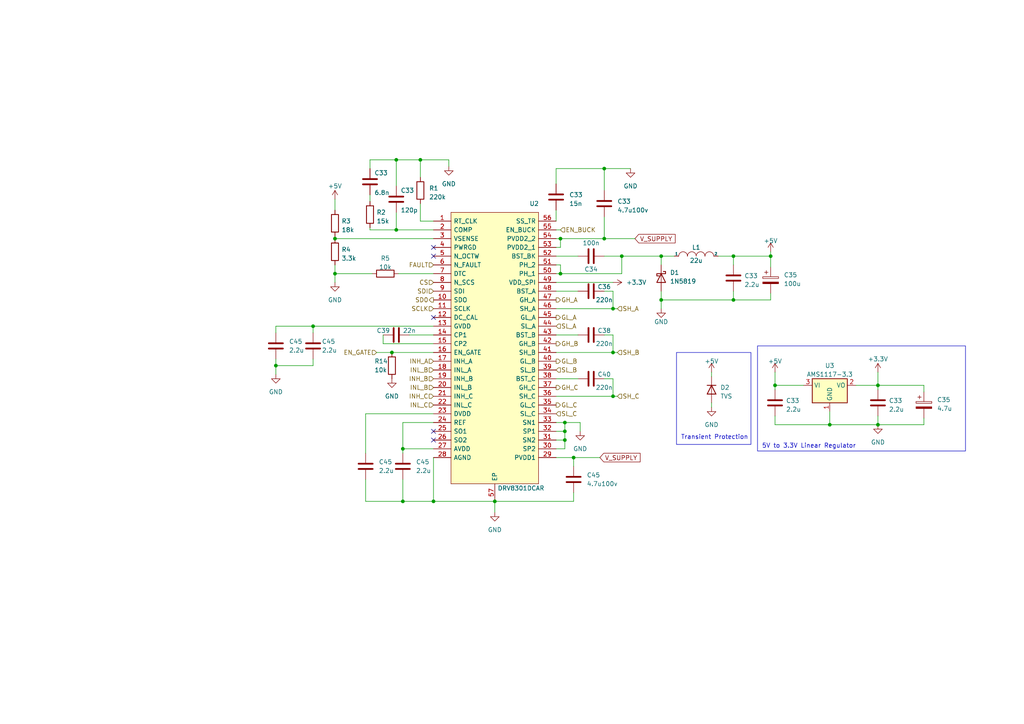
<source format=kicad_sch>
(kicad_sch (version 20230121) (generator eeschema)
  (paper "A4")
  (lib_symbols
    (symbol "DRV8301DCAR:DRV8301DCAR" (pin_names (offset 0.762))
      (property "Reference" "U2" (at 29.21 5.08 0))
      (property "Value" "DRV8301DCAR" (at 25.4 -77.47 0))
      (symbol "DRV8301DCAR_0_0"
        (pin input line (at 0 0 0) (length 5.08) (name "RT_CLK") (number "1"))
        (pin output line (at 0 -22.86 0) (length 5.08) (name "SDO") (number "10"))
        (pin input line (at 0 -25.4 0) (length 5.08) (name "SCLK") (number "11"))
        (pin input line (at 0 -27.94 0) (length 5.08) (name "DC_CAL") (number "12"))
        (pin passive line (at 0 -30.48 0) (length 5.08) (name "GVDD") (number "13"))
        (pin passive line (at 0 -33.02 0) (length 5.08) (name "CP1") (number "14"))
        (pin passive line (at 0 -35.56 0) (length 5.08) (name "CP2") (number "15"))
        (pin input line (at 0 -38.1 0) (length 5.08) (name "EN_GATE") (number "16"))
        (pin input line (at 0 -40.64 0) (length 5.08) (name "INH_A") (number "17"))
        (pin input line (at 0 -43.18 0) (length 5.08) (name "INL_A") (number "18"))
        (pin input line (at 0 -45.72 0) (length 5.08) (name "INH_B") (number "19"))
        (pin output line (at 0 -2.54 0) (length 5.08) (name "COMP") (number "2"))
        (pin input line (at 0 -48.26 0) (length 5.08) (name "INL_B") (number "20"))
        (pin input line (at 0 -50.8 0) (length 5.08) (name "INH_C") (number "21"))
        (pin input line (at 0 -53.34 0) (length 5.08) (name "INL_C") (number "22"))
        (pin passive line (at 0 -55.88 0) (length 5.08) (name "DVDD") (number "23"))
        (pin input line (at 0 -58.42 0) (length 5.08) (name "REF") (number "24"))
        (pin output line (at 0 -60.96 0) (length 5.08) (name "SO1") (number "25"))
        (pin output line (at 0 -63.5 0) (length 5.08) (name "SO2") (number "26"))
        (pin passive line (at 0 -66.04 0) (length 5.08) (name "AVDD") (number "27"))
        (pin power_in line (at 0 -68.58 0) (length 5.08) (name "AGND") (number "28"))
        (pin power_in line (at 35.56 -68.58 180) (length 5.08) (name "PVDD1") (number "29"))
        (pin input line (at 0 -5.08 0) (length 5.08) (name "VSENSE") (number "3"))
        (pin input line (at 35.56 -66.04 180) (length 5.08) (name "SP2") (number "30"))
        (pin input line (at 35.56 -63.5 180) (length 5.08) (name "SN2") (number "31"))
        (pin input line (at 35.56 -60.96 180) (length 5.08) (name "SP1") (number "32"))
        (pin input line (at 35.56 -58.42 180) (length 5.08) (name "SN1") (number "33"))
        (pin input line (at 35.56 -55.88 180) (length 5.08) (name "SL_C") (number "34"))
        (pin output line (at 35.56 -53.34 180) (length 5.08) (name "GL_C") (number "35"))
        (pin input line (at 35.56 -50.8 180) (length 5.08) (name "SH_C") (number "36"))
        (pin output line (at 35.56 -48.26 180) (length 5.08) (name "GH_C") (number "37"))
        (pin passive line (at 35.56 -45.72 180) (length 5.08) (name "BST_C") (number "38"))
        (pin input line (at 35.56 -43.18 180) (length 5.08) (name "SL_B") (number "39"))
        (pin output line (at 0 -7.62 0) (length 5.08) (name "PWRGD") (number "4"))
        (pin output line (at 35.56 -40.64 180) (length 5.08) (name "GL_B") (number "40"))
        (pin input line (at 35.56 -38.1 180) (length 5.08) (name "SH_B") (number "41"))
        (pin output line (at 35.56 -35.56 180) (length 5.08) (name "GH_B") (number "42"))
        (pin passive line (at 35.56 -33.02 180) (length 5.08) (name "BST_B") (number "43"))
        (pin input line (at 35.56 -30.48 180) (length 5.08) (name "SL_A") (number "44"))
        (pin output line (at 35.56 -27.94 180) (length 5.08) (name "GL_A") (number "45"))
        (pin input line (at 35.56 -25.4 180) (length 5.08) (name "SH_A") (number "46"))
        (pin output line (at 35.56 -22.86 180) (length 5.08) (name "GH_A") (number "47"))
        (pin passive line (at 35.56 -20.32 180) (length 5.08) (name "BST_A") (number "48"))
        (pin input line (at 35.56 -17.78 180) (length 5.08) (name "VDD_SPI") (number "49"))
        (pin output line (at 0 -10.16 0) (length 5.08) (name "N_OCTW") (number "5"))
        (pin passive line (at 35.56 -15.24 180) (length 5.08) (name "PH_1") (number "50"))
        (pin output line (at 35.56 -12.7 180) (length 5.08) (name "PH_2") (number "51"))
        (pin passive line (at 35.56 -10.16 180) (length 5.08) (name "BST_BK") (number "52"))
        (pin power_in line (at 35.56 -7.62 180) (length 5.08) (name "PVDD2_1") (number "53"))
        (pin power_in line (at 35.56 -5.08 180) (length 5.08) (name "PVDD2_2") (number "54"))
        (pin input line (at 35.56 -2.54 180) (length 5.08) (name "EN_BUCK") (number "55"))
        (pin input line (at 35.56 0 180) (length 5.08) (name "SS_TR") (number "56"))
        (pin passive line (at 17.78 -81.28 90) (length 5.08) (name "EP") (number "57"))
        (pin input line (at 0 -12.7 0) (length 5.08) (name "N_FAULT") (number "6"))
        (pin input line (at 0 -15.24 0) (length 5.08) (name "DTC") (number "7"))
        (pin input line (at 0 -17.78 0) (length 5.08) (name "N_SCS") (number "8"))
        (pin input line (at 0 -20.32 0) (length 5.08) (name "SDI") (number "9"))
      )
      (symbol "DRV8301DCAR_0_1"
        (polyline (pts (xy 5.08 2.54) (xy 30.48 2.54) (xy 30.48 -76.2) (xy 5.08 -76.2) (xy 5.08 2.54)) (stroke (width 0.1524)) (fill (type background)))
      )
    )
    (symbol "Device:C" (pin_numbers hide) (pin_names (offset 0.254))
      (property "Reference" "C" (at 0.635 2.54 0))
      (property "Value" "C" (at 0.635 -2.54 0))
      (symbol "C_0_1"
        (polyline (pts (xy -2.032 -0.762) (xy 2.032 -0.762)) (stroke (width 0.508)))
        (polyline (pts (xy -2.032 0.762) (xy 2.032 0.762)) (stroke (width 0.508)))
      )
      (symbol "C_1_1"
        (pin passive line (at 0 3.81 270) (length 2.794) (name "~") (number "1"))
        (pin passive line (at 0 -3.81 90) (length 2.794) (name "~") (number "2"))
      )
    )
    (symbol "Device:C_Polarized" (pin_numbers hide) (pin_names (offset 0.254))
      (property "Reference" "C" (at 0.635 2.54 0))
      (property "Value" "C_Polarized" (at 0.635 -2.54 0))
      (symbol "C_Polarized_0_1"
        (rectangle (start -2.286 0.508) (end 2.286 1.016))
        (polyline (pts (xy -1.778 2.286) (xy -0.762 2.286)))
        (polyline (pts (xy -1.27 2.794) (xy -1.27 1.778)))
        (rectangle (start 2.286 -0.508) (end -2.286 -1.016) (fill (type outline)))
      )
      (symbol "C_Polarized_1_1"
        (pin passive line (at 0 3.81 270) (length 2.794) (name "~") (number "1"))
        (pin passive line (at 0 -3.81 90) (length 2.794) (name "~") (number "2"))
      )
    )
    (symbol "Device:D" (pin_numbers hide) (pin_names (offset 1.016) hide)
      (property "Reference" "D" (at 0 2.54 0))
      (property "Value" "D" (at 0 -2.54 0))
      (symbol "D_0_1"
        (polyline (pts (xy -1.27 1.27) (xy -1.27 -1.27)) (stroke (width 0.254)))
        (polyline (pts (xy 1.27 0) (xy -1.27 0)))
        (polyline (pts (xy 1.27 1.27) (xy 1.27 -1.27) (xy -1.27 0) (xy 1.27 1.27)) (stroke (width 0.254)))
      )
      (symbol "D_1_1"
        (pin passive line (at -3.81 0 0) (length 2.54) (name "K") (number "1"))
        (pin passive line (at 3.81 0 180) (length 2.54) (name "A") (number "2"))
      )
    )
    (symbol "Device:R" (pin_numbers hide) (pin_names (offset 0))
      (property "Reference" "R" (at 2.032 0 90))
      (property "Value" "R" (at 0 0 90))
      (symbol "R_0_1"
        (rectangle (start -1.016 -2.54) (end 1.016 2.54) (stroke (width 0.254)))
      )
      (symbol "R_1_1"
        (pin passive line (at 0 3.81 270) (length 1.27) (name "~") (number "1"))
        (pin passive line (at 0 -3.81 90) (length 1.27) (name "~") (number "2"))
      )
    )
    (symbol "Diode:1N5819" (pin_numbers hide) (pin_names (offset 1.016) hide)
      (property "Reference" "D" (at 0 2.54 0))
      (property "Value" "1N5819" (at 0 -2.54 0))
      (symbol "1N5819_0_1"
        (polyline (pts (xy 1.27 0) (xy -1.27 0)))
        (polyline (pts (xy 1.27 1.27) (xy 1.27 -1.27) (xy -1.27 0) (xy 1.27 1.27)) (stroke (width 0.254)))
        (polyline (pts (xy -1.905 0.635) (xy -1.905 1.27) (xy -1.27 1.27) (xy -1.27 -1.27) (xy -0.635 -1.27) (xy -0.635 -0.635)) (stroke (width 0.254)))
      )
      (symbol "1N5819_1_1"
        (pin passive line (at -3.81 0 0) (length 2.54) (name "K") (number "1"))
        (pin passive line (at 3.81 0 180) (length 2.54) (name "A") (number "2"))
      )
    )
    (symbol "Regulator_Linear:AMS1117-3.3"
      (property "Reference" "U" (at -3.81 3.175 0))
      (property "Value" "AMS1117-3.3" (at 0 3.175 0))
      (symbol "AMS1117-3.3_0_1"
        (rectangle (start -5.08 -5.08) (end 5.08 1.905) (stroke (width 0.254)) (fill (type background)))
      )
      (symbol "AMS1117-3.3_1_1"
        (pin power_in line (at 0 -7.62 90) (length 2.54) (name "GND") (number "1"))
        (pin power_out line (at 7.62 0 180) (length 2.54) (name "VO") (number "2"))
        (pin power_in line (at -7.62 0 0) (length 2.54) (name "VI") (number "3"))
      )
    )
    (symbol "power:+3.3V" (power) (pin_names (offset 0))
      (property "Value" "+3.3V" (at 0 3.556 0))
      (symbol "+3.3V_0_1"
        (polyline (pts (xy -0.762 1.27) (xy 0 2.54)))
        (polyline (pts (xy 0 0) (xy 0 2.54)))
        (polyline (pts (xy 0 2.54) (xy 0.762 1.27)))
      )
      (symbol "+3.3V_1_1"
        (pin power_in line (at 0 0 90) (length 0) hide (name "+3.3V") (number "1"))
      )
    )
    (symbol "power:+5V" (power) (pin_names (offset 0))
      (property "Value" "+5V" (at 0 3.556 0))
      (symbol "+5V_0_1"
        (polyline (pts (xy -0.762 1.27) (xy 0 2.54)))
        (polyline (pts (xy 0 0) (xy 0 2.54)))
        (polyline (pts (xy 0 2.54) (xy 0.762 1.27)))
      )
      (symbol "+5V_1_1"
        (pin power_in line (at 0 0 90) (length 0) hide (name "+5V") (number "1"))
      )
    )
    (symbol "power:GND" (power) (pin_names (offset 0))
      (property "Value" "GND" (at 0 -3.81 0))
      (symbol "GND_0_1"
        (polyline (pts (xy 0 0) (xy 0 -1.27) (xy 1.27 -1.27) (xy 0 -2.54) (xy -1.27 -1.27) (xy 0 -1.27)))
      )
      (symbol "GND_1_1"
        (pin power_in line (at 0 0 270) (length 0) hide (name "GND") (number "1"))
      )
    )
    (symbol "pspice:INDUCTOR" (pin_numbers hide) (pin_names (offset 0))
      (property "Reference" "L" (at 0 2.54 0))
      (property "Value" "INDUCTOR" (at 0 -1.27 0))
      (symbol "INDUCTOR_0_1"
        (arc (start -2.54 0) (mid -3.81 1.2645) (end -5.08 0))
        (arc (start 0 0) (mid -1.27 1.2645) (end -2.54 0))
        (arc (start 2.54 0) (mid 1.27 1.2645) (end 0 0))
        (arc (start 5.08 0) (mid 3.81 1.2645) (end 2.54 0))
      )
      (symbol "INDUCTOR_1_1"
        (pin input line (at -6.35 0 0) (length 1.27) (name "1") (number "1"))
        (pin input line (at 6.35 0 180) (length 1.27) (name "2") (number "2"))
      )
    )
  )
  (junction (at 177.8 102.235))
  (junction (at 162.56 79.375))
  (junction (at 116.84 145.415))
  (junction (at 212.725 86.995))
  (junction (at 180.34 74.295))
  (junction (at 163.83 127.635))
  (junction (at 116.84 130.175))
  (junction (at 97.155 79.375))
  (junction (at 254.635 111.76))
  (junction (at 80.01 106.045))
  (junction (at 175.26 69.215))
  (junction (at 191.77 74.295))
  (junction (at 163.83 122.555))
  (junction (at 224.79 111.76))
  (junction (at 162.56 69.215))
  (junction (at 125.73 145.415))
  (junction (at 163.83 125.095))
  (junction (at 166.37 132.715))
  (junction (at 114.935 66.675))
  (junction (at 121.92 46.355))
  (junction (at 223.52 74.295))
  (junction (at 212.725 74.295))
  (junction (at 191.77 86.995))
  (junction (at 177.8 89.535))
  (junction (at 113.665 102.235))
  (junction (at 175.26 48.895))
  (junction (at 177.8 114.935))
  (junction (at 114.935 46.355))
  (junction (at 97.155 69.215))
  (junction (at 90.805 94.615))
  (junction (at 254.635 123.19))
  (junction (at 143.51 145.415))
  (junction (at 240.665 123.19))
  (no_connect (at 125.73 125.095))
  (no_connect (at 125.73 127.635))
  (no_connect (at 125.73 74.295))
  (no_connect (at 125.73 71.755))
  (no_connect (at 125.73 92.075))
  (wire (pts (xy 161.29 109.855) (xy 167.64 109.855)))
  (wire (pts (xy 208.28 74.295) (xy 212.725 74.295)))
  (wire (pts (xy 162.56 76.835) (xy 162.56 79.375)))
  (wire (pts (xy 248.285 111.76) (xy 254.635 111.76)))
  (wire (pts (xy 191.77 74.295) (xy 195.58 74.295)))
  (wire (pts (xy 223.52 85.09) (xy 223.52 86.995)))
  (wire (pts (xy 116.84 139.065) (xy 116.84 145.415)))
  (wire (pts (xy 163.83 130.175) (xy 163.83 127.635)))
  (wire (pts (xy 177.8 81.915) (xy 161.29 81.915)))
  (wire (pts (xy 143.51 145.415) (xy 143.51 148.59)))
  (wire (pts (xy 80.01 106.045) (xy 80.01 108.585)))
  (wire (pts (xy 125.73 122.555) (xy 116.84 122.555)))
  (wire (pts (xy 161.29 132.715) (xy 166.37 132.715)))
  (wire (pts (xy 166.37 135.255) (xy 166.37 132.715)))
  (wire (pts (xy 224.79 113.03) (xy 224.79 111.76)))
  (wire (pts (xy 163.83 127.635) (xy 163.83 125.095)))
  (wire (pts (xy 212.725 74.295) (xy 223.52 74.295)))
  (wire (pts (xy 177.8 97.155) (xy 177.8 102.235)))
  (wire (pts (xy 161.29 97.155) (xy 167.64 97.155)))
  (wire (pts (xy 113.665 102.235) (xy 125.73 102.235)))
  (wire (pts (xy 180.34 74.295) (xy 180.34 79.375)))
  (wire (pts (xy 267.97 111.76) (xy 267.97 113.665)))
  (wire (pts (xy 175.26 69.215) (xy 184.15 69.215)))
  (wire (pts (xy 175.26 74.295) (xy 180.34 74.295)))
  (wire (pts (xy 254.635 123.19) (xy 267.97 123.19)))
  (wire (pts (xy 206.375 116.84) (xy 206.375 118.11)))
  (wire (pts (xy 175.26 109.855) (xy 177.8 109.855)))
  (wire (pts (xy 177.8 89.535) (xy 179.07 89.535)))
  (wire (pts (xy 125.73 64.135) (xy 121.92 64.135)))
  (wire (pts (xy 116.84 145.415) (xy 125.73 145.415)))
  (wire (pts (xy 162.56 79.375) (xy 180.34 79.375)))
  (wire (pts (xy 106.045 131.445) (xy 106.045 120.015)))
  (wire (pts (xy 161.29 114.935) (xy 177.8 114.935)))
  (wire (pts (xy 240.665 123.19) (xy 254.635 123.19)))
  (wire (pts (xy 161.29 69.215) (xy 162.56 69.215)))
  (wire (pts (xy 175.26 62.865) (xy 175.26 69.215)))
  (wire (pts (xy 161.29 79.375) (xy 162.56 79.375)))
  (wire (pts (xy 125.73 145.415) (xy 143.51 145.415)))
  (wire (pts (xy 161.29 48.895) (xy 175.26 48.895)))
  (wire (pts (xy 177.8 84.455) (xy 177.8 89.535)))
  (wire (pts (xy 106.045 145.415) (xy 116.84 145.415)))
  (wire (pts (xy 166.37 142.875) (xy 166.37 145.415)))
  (wire (pts (xy 118.745 97.155) (xy 125.73 97.155)))
  (wire (pts (xy 267.97 121.285) (xy 267.97 123.19)))
  (wire (pts (xy 166.37 132.715) (xy 173.99 132.715)))
  (wire (pts (xy 223.52 73.025) (xy 223.52 74.295)))
  (wire (pts (xy 106.045 139.065) (xy 106.045 145.415)))
  (wire (pts (xy 212.725 86.995) (xy 223.52 86.995)))
  (wire (pts (xy 224.79 111.76) (xy 233.045 111.76)))
  (wire (pts (xy 163.83 125.095) (xy 163.83 122.555)))
  (wire (pts (xy 224.79 107.95) (xy 224.79 111.76)))
  (wire (pts (xy 162.56 69.215) (xy 162.56 71.755)))
  (wire (pts (xy 121.92 46.355) (xy 121.92 51.435)))
  (wire (pts (xy 125.73 69.215) (xy 97.155 69.215)))
  (wire (pts (xy 180.34 74.295) (xy 191.77 74.295)))
  (wire (pts (xy 111.125 99.695) (xy 125.73 99.695)))
  (wire (pts (xy 161.29 102.235) (xy 177.8 102.235)))
  (wire (pts (xy 224.79 120.65) (xy 224.79 123.19)))
  (wire (pts (xy 163.83 122.555) (xy 161.29 122.555)))
  (wire (pts (xy 90.805 94.615) (xy 90.805 96.52)))
  (wire (pts (xy 97.155 69.215) (xy 97.155 68.58)))
  (wire (pts (xy 191.77 74.295) (xy 191.77 76.835)))
  (wire (pts (xy 111.125 97.155) (xy 111.125 99.695)))
  (wire (pts (xy 107.315 48.895) (xy 107.315 46.355)))
  (wire (pts (xy 177.8 114.935) (xy 179.07 114.935)))
  (wire (pts (xy 90.805 94.615) (xy 80.01 94.615)))
  (wire (pts (xy 107.315 56.515) (xy 107.315 58.42)))
  (wire (pts (xy 161.29 127.635) (xy 163.83 127.635)))
  (wire (pts (xy 175.26 97.155) (xy 177.8 97.155)))
  (wire (pts (xy 161.29 74.295) (xy 167.64 74.295)))
  (wire (pts (xy 107.315 46.355) (xy 114.935 46.355)))
  (wire (pts (xy 161.29 89.535) (xy 177.8 89.535)))
  (wire (pts (xy 80.01 106.045) (xy 80.01 104.14)))
  (wire (pts (xy 240.665 119.38) (xy 240.665 123.19)))
  (wire (pts (xy 191.77 86.995) (xy 212.725 86.995)))
  (wire (pts (xy 177.8 102.235) (xy 179.07 102.235)))
  (wire (pts (xy 191.77 86.995) (xy 191.77 89.535)))
  (wire (pts (xy 168.275 122.555) (xy 168.275 125.095)))
  (wire (pts (xy 212.725 84.455) (xy 212.725 86.995)))
  (wire (pts (xy 121.92 59.055) (xy 121.92 64.135)))
  (wire (pts (xy 254.635 107.95) (xy 254.635 111.76)))
  (wire (pts (xy 114.935 46.355) (xy 114.935 53.975)))
  (wire (pts (xy 175.26 55.245) (xy 175.26 48.895)))
  (wire (pts (xy 107.315 66.675) (xy 114.935 66.675)))
  (wire (pts (xy 114.935 46.355) (xy 121.92 46.355)))
  (wire (pts (xy 206.375 107.95) (xy 206.375 109.22)))
  (wire (pts (xy 161.29 60.96) (xy 161.29 64.135)))
  (wire (pts (xy 161.29 84.455) (xy 167.64 84.455)))
  (wire (pts (xy 254.635 120.65) (xy 254.635 123.19)))
  (wire (pts (xy 175.26 48.895) (xy 182.88 48.895)))
  (wire (pts (xy 161.29 125.095) (xy 163.83 125.095)))
  (wire (pts (xy 161.29 130.175) (xy 163.83 130.175)))
  (wire (pts (xy 125.73 130.175) (xy 116.84 130.175)))
  (wire (pts (xy 125.73 94.615) (xy 90.805 94.615)))
  (wire (pts (xy 163.83 122.555) (xy 168.275 122.555)))
  (wire (pts (xy 161.29 71.755) (xy 162.56 71.755)))
  (wire (pts (xy 97.155 57.785) (xy 97.155 60.96)))
  (wire (pts (xy 114.935 66.675) (xy 114.935 61.595)))
  (wire (pts (xy 191.77 84.455) (xy 191.77 86.995)))
  (wire (pts (xy 121.92 46.355) (xy 130.175 46.355)))
  (wire (pts (xy 97.155 81.915) (xy 97.155 79.375)))
  (wire (pts (xy 175.26 84.455) (xy 177.8 84.455)))
  (wire (pts (xy 116.84 130.175) (xy 116.84 131.445)))
  (wire (pts (xy 97.155 79.375) (xy 107.95 79.375)))
  (wire (pts (xy 161.29 66.675) (xy 162.56 66.675)))
  (wire (pts (xy 116.84 122.555) (xy 116.84 130.175)))
  (wire (pts (xy 166.37 145.415) (xy 143.51 145.415)))
  (wire (pts (xy 109.22 102.235) (xy 113.665 102.235)))
  (wire (pts (xy 254.635 113.03) (xy 254.635 111.76)))
  (wire (pts (xy 97.155 79.375) (xy 97.155 76.835)))
  (wire (pts (xy 80.01 106.045) (xy 90.805 106.045)))
  (wire (pts (xy 125.73 132.715) (xy 125.73 145.415)))
  (wire (pts (xy 224.79 123.19) (xy 240.665 123.19)))
  (wire (pts (xy 107.315 66.04) (xy 107.315 66.675)))
  (wire (pts (xy 177.8 109.855) (xy 177.8 114.935)))
  (wire (pts (xy 114.935 66.675) (xy 125.73 66.675)))
  (wire (pts (xy 223.52 74.295) (xy 223.52 77.47)))
  (wire (pts (xy 161.29 76.835) (xy 162.56 76.835)))
  (wire (pts (xy 212.725 74.295) (xy 212.725 76.835)))
  (wire (pts (xy 115.57 79.375) (xy 125.73 79.375)))
  (wire (pts (xy 254.635 111.76) (xy 267.97 111.76)))
  (wire (pts (xy 106.045 120.015) (xy 125.73 120.015)))
  (wire (pts (xy 130.175 46.355) (xy 130.175 48.26)))
  (wire (pts (xy 161.29 53.34) (xy 161.29 48.895)))
  (wire (pts (xy 162.56 69.215) (xy 175.26 69.215)))
  (wire (pts (xy 80.01 94.615) (xy 80.01 96.52)))
  (wire (pts (xy 90.805 106.045) (xy 90.805 104.14)))
  (rectangle (start 219.71 100.33) (end 280.035 130.81))
  (rectangle (start 196.215 102.235) (end 217.805 128.905))
  (text "5V to 3.3V Linear Regulator\n" (at 220.98 130.175 0) (effects (font (size 1.27 1.27)) (justify left bottom)))
  (text "Transient Protection\n" (at 197.485 127.635 0) (effects (font (size 1.27 1.27)) (justify left bottom)))
  (global_label "V_SUPPLY" (shape input) (at 184.15 69.215 0) (property "Intersheetrefs" "${INTERSHEET_REFS}" (effects hide)))
  (global_label "V_SUPPLY" (shape input) (at 173.99 132.715 0) (property "Intersheetrefs" "${INTERSHEET_REFS}" (effects hide)))
  (hierarchical_label "CS" (shape input) (at 125.73 81.915 180))
  (hierarchical_label "SL_A" (shape input) (at 161.29 94.615 0))
  (hierarchical_label "INL_B" (shape input) (at 125.73 107.315 180))
  (hierarchical_label "GL_B" (shape output) (at 161.29 104.775 0))
  (hierarchical_label "SCLK" (shape input) (at 125.73 89.535 180))
  (hierarchical_label "SL_C" (shape input) (at 161.29 120.015 0))
  (hierarchical_label "GL_A" (shape output) (at 161.29 92.075 0))
  (hierarchical_label "INL_C" (shape input) (at 125.73 117.475 180))
  (hierarchical_label "SH_A" (shape input) (at 179.07 89.535 0))
  (hierarchical_label "SDI" (shape input) (at 125.73 84.455 180))
  (hierarchical_label "SL_B" (shape input) (at 161.29 107.315 0))
  (hierarchical_label "EN_GATE" (shape input) (at 109.22 102.235 180))
  (hierarchical_label "EN_BUCK" (shape input) (at 162.56 66.675 0))
  (hierarchical_label "GH_A" (shape output) (at 161.29 86.995 0))
  (hierarchical_label "INH_B" (shape input) (at 125.73 109.855 180))
  (hierarchical_label "GL_C" (shape output) (at 161.29 117.475 0))
  (hierarchical_label "SH_B" (shape input) (at 179.07 102.235 0))
  (hierarchical_label "SD0" (shape output) (at 125.73 86.995 180))
  (hierarchical_label "GH_B" (shape output) (at 161.29 99.695 0))
  (hierarchical_label "INL_B" (shape input) (at 125.73 112.395 180))
  (hierarchical_label "INH_A" (shape input) (at 125.73 104.775 180))
  (hierarchical_label "FAULT" (shape input) (at 125.73 76.835 180))
  (hierarchical_label "INH_C" (shape input) (at 125.73 114.935 180))
  (hierarchical_label "SH_C" (shape input) (at 179.07 114.935 0))
  (hierarchical_label "GH_C" (shape output) (at 161.29 112.395 0))
  (symbol (lib_id "power:+3.3V") (at 254.635 107.95 0) (unit 1)
    (property "Reference" "#PWR029" (effects hide))
    (property "Value" "+3.3V" (at 254.635 104.14 0))
    (instances (project "electrium-esc" (path "" (reference "#PWR029") (unit 1)) (path "" (reference "#PWR042") (unit 1))) (project "eesc" (path "" (reference "#PWR027") (unit 1))))
  )
  (symbol (lib_id "Device:C") (at 161.29 57.15 0) (unit 1)
    (property "Reference" "C33" (at 165.1 56.515 0) (effects (justify left)))
    (property "Value" "15n" (at 165.1 59.055 0) (effects (justify left)))
    (property "Footprint" "Capacitor_SMD:C_0603_1608Metric" (effects hide))
    (instances (project "electrium-esc" (path "" (reference "C33") (unit 1)) (path "" (reference "C56") (unit 1))) (project "eesc" (path "" (reference "C26") (unit 1))))
  )
  (symbol (lib_id "pspice:INDUCTOR") (at 201.93 74.295 0) (unit 1)
    (property "Reference" "L1" (at 201.93 71.755 0))
    (property "Value" "22u" (at 201.93 75.565 0))
    (property "Footprint" "Inductor_SMD:L_Taiyo-Yuden_NR-30xx" (effects hide))
    (instances (project "electrium-esc" (path "" (reference "L1") (unit 1)) (path "" (reference "L2") (unit 1))) (project "eesc" (path "" (reference "L1") (unit 1))))
  )
  (symbol (lib_id "Device:C") (at 114.935 57.785 0) (unit 1)
    (property "Reference" "C33" (at 116.205 55.245 0) (effects (justify left)))
    (property "Value" "120p" (at 116.205 60.96 0) (effects (justify left)))
    (property "Footprint" "Capacitor_SMD:C_0603_1608Metric" (effects hide))
    (instances (project "electrium-esc" (path "" (reference "C33") (unit 1)) (path "" (reference "C56") (unit 1))) (project "eesc" (path "" (reference "C12") (unit 1))))
  )
  (symbol (lib_id "power:+5V") (at 223.52 73.025 0) (unit 1)
    (property "Reference" "#PWR019" (effects hide))
    (property "Value" "+5V" (at 223.52 69.85 0))
  )
  (symbol (lib_id "power:GND") (at 130.175 48.26 0) (unit 1)
    (property "Reference" "#PWR026" (effects hide))
    (property "Value" "GND" (at 130.175 53.34 0))
    (instances (project "electrium-esc" (path "" (reference "#PWR026") (unit 1)) (path "" (reference "#PWR039") (unit 1))) (project "eesc" (path "" (reference "#PWR012") (unit 1))))
  )
  (symbol (lib_id "Device:R") (at 113.665 106.045 180) (unit 1)
    (property "Reference" "R14" (at 108.585 104.775 0) (effects (justify right)))
    (property "Value" "10k" (at 108.585 107.315 0) (effects (justify right)))
  )
  (symbol (lib_id "Device:C_Polarized") (at 267.97 117.475 0) (unit 1)
    (property "Reference" "C35" (at 271.78 115.951 0) (effects (justify left)))
    (property "Value" "4.7u" (at 271.78 118.491 0) (effects (justify left)))
    (property "Footprint" "Capacitor_THT:CP_Radial_D4.0mm_P1.50mm" (effects hide))
    (instances (project "electrium-esc" (path "" (reference "C35") (unit 1)) (path "" (reference "C58") (unit 1))) (project "eesc" (path "" (reference "C31") (unit 1))))
  )
  (symbol (lib_id "Device:C_Polarized") (at 223.52 81.28 0) (unit 1)
    (property "Reference" "C35" (at 227.33 79.756 0) (effects (justify left)))
    (property "Value" "100u" (at 227.33 82.296 0) (effects (justify left)))
    (property "Footprint" "Capacitor_THT:CP_Radial_D4.0mm_P1.50mm" (effects hide))
    (instances (project "electrium-esc" (path "" (reference "C35") (unit 1)) (path "" (reference "C58") (unit 1))) (project "eesc" (path "" (reference "C27") (unit 1))))
  )
  (symbol (lib_id "power:GND") (at 206.375 118.11 0) (unit 1)
    (property "Reference" "#PWR025" (effects hide))
    (property "Value" "GND" (at 206.375 123.19 0))
  )
  (symbol (lib_id "power:+5V") (at 206.375 107.95 0) (unit 1)
    (property "Reference" "#PWR024" (effects hide))
    (property "Value" "+5V" (at 206.375 104.775 0))
  )
  (symbol (lib_id "Device:C") (at 114.935 97.155 90) (mirror x) (unit 1)
    (property "Reference" "C39" (at 109.22 95.885 90) (effects (justify right)))
    (property "Value" "22n" (at 116.84 95.885 90) (effects (justify right)))
    (property "Footprint" "Capacitor_SMD:C_0603_1608Metric" (effects hide))
    (instances (project "electrium-esc" (path "" (reference "C39") (unit 1)) (path "" (reference "C62") (unit 1))) (project "eesc" (path "" (reference "C16") (unit 1))))
  )
  (symbol (lib_id "Device:C") (at 171.45 109.855 90) (unit 1)
    (property "Reference" "C40" (at 175.26 108.585 90))
    (property "Value" "220n" (at 175.26 112.395 90))
    (property "Footprint" "Capacitor_SMD:C_0603_1608Metric" (effects hide))
    (instances (project "electrium-esc" (path "" (reference "C40") (unit 1)) (path "" (reference "C63") (unit 1))) (project "eesc" (path "" (reference "C22") (unit 1))))
  )
  (symbol (lib_id "power:GND") (at 143.51 148.59 0) (unit 1)
    (property "Reference" "#PWR022" (effects hide))
    (property "Value" "GND" (at 143.51 153.67 0))
  )
  (symbol (lib_id "power:+5V") (at 97.155 57.785 0) (unit 1)
    (property "Reference" "#PWR013" (effects hide))
    (property "Value" "+5V" (at 97.155 53.975 0))
  )
  (symbol (lib_id "Device:C") (at 171.45 84.455 90) (unit 1)
    (property "Reference" "C36" (at 175.26 83.185 90))
    (property "Value" "220n" (at 175.26 86.995 90))
    (property "Footprint" "Capacitor_SMD:C_0603_1608Metric" (effects hide))
    (instances (project "electrium-esc" (path "" (reference "C36") (unit 1)) (path "" (reference "C59") (unit 1))) (project "eesc" (path "" (reference "C20") (unit 1))))
  )
  (symbol (lib_id "Device:C") (at 254.635 116.84 0) (unit 1)
    (property "Reference" "C33" (at 257.81 116.205 0) (effects (justify left)))
    (property "Value" "2.2u" (at 257.81 118.745 0) (effects (justify left)))
    (property "Footprint" "Capacitor_SMD:C_0603_1608Metric" (effects hide))
    (instances (project "electrium-esc" (path "" (reference "C33") (unit 1)) (path "" (reference "C56") (unit 1))) (project "eesc" (path "" (reference "C29") (unit 1))))
  )
  (symbol (lib_id "power:GND") (at 168.275 125.095 0) (unit 1)
    (property "Reference" "#PWR026" (effects hide))
    (property "Value" "GND" (at 168.275 130.175 0))
    (instances (project "electrium-esc" (path "" (reference "#PWR026") (unit 1)) (path "" (reference "#PWR039") (unit 1))) (project "eesc" (path "" (reference "#PWR023") (unit 1))))
  )
  (symbol (lib_id "power:GND") (at 191.77 89.535 0) (unit 1)
    (property "Reference" "#PWR030" (effects hide))
    (property "Value" "GND" (at 191.77 93.345 0))
    (instances (project "electrium-esc" (path "" (reference "#PWR030") (unit 1)) (path "" (reference "#PWR043") (unit 1))) (project "eesc" (path "" (reference "#PWR018") (unit 1))))
  )
  (symbol (lib_id "power:GND") (at 254.635 123.19 0) (unit 1)
    (property "Reference" "#PWR028" (effects hide))
    (property "Value" "GND" (at 254.635 128.27 0))
  )
  (symbol (lib_id "Device:C") (at 212.725 80.645 0) (unit 1)
    (property "Reference" "C33" (at 215.9 80.01 0) (effects (justify left)))
    (property "Value" "2.2u" (at 215.9 82.55 0) (effects (justify left)))
    (property "Footprint" "Capacitor_SMD:C_0603_1608Metric" (effects hide))
    (instances (project "electrium-esc" (path "" (reference "C33") (unit 1)) (path "" (reference "C56") (unit 1))) (project "eesc" (path "" (reference "C25") (unit 1))))
  )
  (symbol (lib_id "Diode:1N5819") (at 191.77 80.645 270) (unit 1)
    (property "Reference" "D1" (at 194.31 79.0574 90) (effects (justify left)))
    (property "Value" "1N5819" (at 194.31 81.5974 90) (effects (justify left)))
    (property "Footprint" "Diode_SMD:D_SMA" (effects hide))
    (property "Datasheet" "http://www.vishay.com/docs/88525/1n5817.pdf" (effects hide))
    (instances (project "electrium-esc" (path "" (reference "D1") (unit 1)) (path "" (reference "D2") (unit 1))) (project "eesc" (path "" (reference "D1") (unit 1))))
  )
  (symbol (lib_id "Device:C") (at 90.805 100.33 0) (unit 1)
    (property "Reference" "C45" (at 93.345 99.0599 0) (effects (justify left)))
    (property "Value" "2.2u" (at 93.345 101.6 0) (effects (justify left)))
    (property "Footprint" "Capacitor_SMD:C_0603_1608Metric" (effects hide))
    (instances (project "electrium-esc" (path "" (reference "C45") (unit 1)) (path "" (reference "C68") (unit 1))) (project "eesc" (path "" (reference "C14") (unit 1))))
  )
  (symbol (lib_id "Device:C") (at 80.01 100.33 0) (unit 1)
    (property "Reference" "C45" (at 83.82 99.0599 0) (effects (justify left)))
    (property "Value" "2.2u" (at 83.82 101.6 0) (effects (justify left)))
    (property "Footprint" "Capacitor_SMD:C_0603_1608Metric" (effects hide))
    (instances (project "electrium-esc" (path "" (reference "C45") (unit 1)) (path "" (reference "C68") (unit 1))) (project "eesc" (path "" (reference "C15") (unit 1))))
  )
  (symbol (lib_id "Device:C") (at 106.045 135.255 0) (unit 1)
    (property "Reference" "C45" (at 109.855 133.9849 0) (effects (justify left)))
    (property "Value" "2.2u" (at 109.855 136.525 0) (effects (justify left)))
    (property "Footprint" "Capacitor_SMD:C_0603_1608Metric" (effects hide))
    (instances (project "electrium-esc" (path "" (reference "C45") (unit 1)) (path "" (reference "C68") (unit 1))) (project "eesc" (path "" (reference "C24") (unit 1))))
  )
  (symbol (lib_id "Device:R") (at 111.76 79.375 90) (unit 1)
    (property "Reference" "R5" (at 111.76 74.93 90))
    (property "Value" "10k" (at 111.76 77.47 90))
  )
  (symbol (lib_id "power:GND") (at 113.665 109.855 0) (unit 1)
    (property "Reference" "#PWR026" (effects hide))
    (property "Value" "GND" (at 113.665 114.935 0))
    (instances (project "electrium-esc" (path "" (reference "#PWR026") (unit 1)) (path "" (reference "#PWR039") (unit 1))) (project "eesc" (path "" (reference "#PWR035") (unit 1))))
  )
  (symbol (lib_id "Device:C") (at 171.45 74.295 90) (unit 1)
    (property "Reference" "C34" (at 171.45 78.105 90))
    (property "Value" "100n" (at 171.45 70.485 90))
    (property "Footprint" "Capacitor_SMD:C_0603_1608Metric" (effects hide))
    (instances (project "electrium-esc" (path "" (reference "C34") (unit 1)) (path "" (reference "C57") (unit 1))) (project "eesc" (path "" (reference "C19") (unit 1))))
  )
  (symbol (lib_id "Device:R") (at 107.315 62.23 0) (unit 1)
    (property "Reference" "R2" (at 109.22 61.595 0) (effects (justify left)))
    (property "Value" "15k" (at 109.22 64.135 0) (effects (justify left)))
  )
  (symbol (lib_id "Device:R") (at 97.155 73.025 0) (unit 1)
    (property "Reference" "R4" (at 99.06 72.39 0) (effects (justify left)))
    (property "Value" "3.3k" (at 99.06 74.93 0) (effects (justify left)))
  )
  (symbol (lib_id "Regulator_Linear:AMS1117-3.3") (at 240.665 111.76 0) (unit 1)
    (property "Reference" "U3" (at 240.665 106.045 0))
    (property "Value" "AMS1117-3.3" (at 240.665 108.585 0))
    (property "Footprint" "Package_TO_SOT_SMD:SOT-223-3_TabPin2" (effects hide))
    (property "Datasheet" "http://www.advanced-monolithic.com/pdf/ds1117.pdf" (effects hide))
  )
  (symbol (lib_id "Device:R") (at 97.155 64.77 0) (unit 1)
    (property "Reference" "R3" (at 99.06 64.135 0) (effects (justify left)))
    (property "Value" "18k" (at 99.06 66.675 0) (effects (justify left)))
  )
  (symbol (lib_id "Device:C") (at 224.79 116.84 0) (unit 1)
    (property "Reference" "C33" (at 227.965 116.205 0) (effects (justify left)))
    (property "Value" "2.2u" (at 227.965 118.745 0) (effects (justify left)))
    (property "Footprint" "Capacitor_SMD:C_0603_1608Metric" (effects hide))
    (instances (project "electrium-esc" (path "" (reference "C33") (unit 1)) (path "" (reference "C56") (unit 1))) (project "eesc" (path "" (reference "C28") (unit 1))))
  )
  (symbol (lib_id "power:GND") (at 182.88 48.895 0) (unit 1)
    (property "Reference" "#PWR026" (effects hide))
    (property "Value" "GND" (at 182.88 53.975 0))
    (instances (project "electrium-esc" (path "" (reference "#PWR026") (unit 1)) (path "" (reference "#PWR039") (unit 1))) (project "eesc" (path "" (reference "#PWR017") (unit 1))))
  )
  (symbol (lib_id "DRV8301DCAR:DRV8301DCAR") (at 125.73 64.135 0) (unit 1)
    (property "Reference" "U2" (at 154.94 59.055 0))
    (property "Value" "DRV8301DCAR" (at 151.13 141.605 0))
    (property "Footprint" "Package_SO:HTSSOP-56-1EP_6.1x14mm_P0.5mm_EP3.61x6.35mm" (effects hide))
    (property "Datasheet" "http://www.ti.com/lit/gpn/drv8301" (effects hide))
    (property "Description" "3-Phase Brushless Motor Pre-Driver with Dual Current Sense Amps and Buck Converter (PWM Ctrl w/ SPI)" (effects hide))
    (property "Height" "1.2" (effects hide))
    (property "Manufacturer_Name" "Texas Instruments" (effects hide))
    (property "Manufacturer_Part_Number" "DRV8301DCAR" (effects hide))
    (property "Mouser Part Number" "595-DRV8301DCAR" (effects hide))
    (property "Mouser Price/Stock" "https://www.mouser.co.uk/ProductDetail/Texas-Instruments/DRV8301DCAR?qs=SMj%252Bbyv09TwYHebRFanjcw%3D%3D" (effects hide))
    (property "Arrow Part Number" "DRV8301DCAR" (effects hide))
    (property "Arrow Price/Stock" "https://www.arrow.com/en/products/drv8301dcar/texas-instruments?region=nac" (effects hide))
    (instances (project "electrium-esc" (path "" (reference "U2") (unit 1)) (path "" (reference "U3") (unit 1))) (project "eesc" (path "" (reference "U2") (unit 1))))
  )
  (symbol (lib_id "power:+3.3V") (at 177.8 81.915 270) (unit 1)
    (property "Reference" "#PWR029" (effects hide))
    (property "Value" "+3.3V" (at 181.61 81.9149 90) (effects (justify left)))
    (instances (project "electrium-esc" (path "" (reference "#PWR029") (unit 1)) (path "" (reference "#PWR042") (unit 1))) (project "eesc" (path "" (reference "#PWR016") (unit 1))))
  )
  (symbol (lib_id "Device:R") (at 121.92 55.245 0) (unit 1)
    (property "Reference" "R1" (at 124.46 54.61 0) (effects (justify left)))
    (property "Value" "220k" (at 124.46 57.15 0) (effects (justify left)))
  )
  (symbol (lib_id "Device:C") (at 107.315 52.705 0) (unit 1)
    (property "Reference" "C33" (at 108.585 50.165 0) (effects (justify left)))
    (property "Value" "6.8n" (at 108.585 55.88 0) (effects (justify left)))
    (property "Footprint" "Capacitor_SMD:C_0603_1608Metric" (effects hide))
    (instances (project "electrium-esc" (path "" (reference "C33") (unit 1)) (path "" (reference "C56") (unit 1))) (project "eesc" (path "" (reference "C13") (unit 1))))
  )
  (symbol (lib_id "Device:C") (at 116.84 135.255 0) (unit 1)
    (property "Reference" "C45" (at 120.65 133.9849 0) (effects (justify left)))
    (property "Value" "2.2u" (at 120.65 136.525 0) (effects (justify left)))
    (property "Footprint" "Capacitor_SMD:C_0603_1608Metric" (effects hide))
    (instances (project "electrium-esc" (path "" (reference "C45") (unit 1)) (path "" (reference "C68") (unit 1))) (project "eesc" (path "" (reference "C17") (unit 1))))
  )
  (symbol (lib_id "Device:C") (at 175.26 59.055 0) (unit 1)
    (property "Reference" "C33" (at 179.07 58.42 0) (effects (justify left)))
    (property "Value" "4.7u100v" (at 179.07 60.96 0) (effects (justify left)))
    (property "Footprint" "Capacitor_SMD:C_0603_1608Metric" (effects hide))
    (instances (project "electrium-esc" (path "" (reference "C33") (unit 1)) (path "" (reference "C56") (unit 1))) (project "eesc" (path "" (reference "C23") (unit 1))))
  )
  (symbol (lib_id "power:GND") (at 97.155 81.915 0) (unit 1)
    (property "Reference" "#PWR026" (effects hide))
    (property "Value" "GND" (at 97.155 86.995 0))
    (instances (project "electrium-esc" (path "" (reference "#PWR026") (unit 1)) (path "" (reference "#PWR039") (unit 1))) (project "eesc" (path "" (reference "#PWR014") (unit 1))))
  )
  (symbol (lib_id "Device:D") (at 206.375 113.03 270) (unit 1)
    (property "Reference" "D2" (at 208.915 112.395 90) (effects (justify left)))
    (property "Value" "TVS" (at 208.915 114.935 90) (effects (justify left)))
    (property "Sim.Device" "D" (effects hide))
    (property "Sim.Pins" "1=K 2=A" (effects hide))
  )
  (symbol (lib_id "power:+5V") (at 224.79 107.95 0) (unit 1)
    (property "Reference" "#PWR026" (effects hide))
    (property "Value" "+5V" (at 224.79 104.775 0))
  )
  (symbol (lib_id "Device:C") (at 171.45 97.155 90) (unit 1)
    (property "Reference" "C38" (at 175.26 95.885 90))
    (property "Value" "220n" (at 175.26 99.695 90))
    (property "Footprint" "Capacitor_SMD:C_0603_1608Metric" (effects hide))
    (instances (project "electrium-esc" (path "" (reference "C38") (unit 1)) (path "" (reference "C61") (unit 1))) (project "eesc" (path "" (reference "C21") (unit 1))))
  )
  (symbol (lib_id "Device:C") (at 166.37 139.065 0) (unit 1)
    (property "Reference" "C45" (at 170.18 137.7949 0) (effects (justify left)))
    (property "Value" "4.7u100v" (at 170.18 140.335 0) (effects (justify left)))
    (property "Footprint" "Capacitor_SMD:C_0603_1608Metric" (effects hide))
    (instances (project "electrium-esc" (path "" (reference "C45") (unit 1)) (path "" (reference "C68") (unit 1))) (project "eesc" (path "" (reference "C18") (unit 1))))
  )
  (symbol (lib_id "power:GND") (at 80.01 108.585 0) (unit 1)
    (property "Reference" "#PWR026" (effects hide))
    (property "Value" "GND" (at 80.01 113.665 0))
    (instances (project "electrium-esc" (path "" (reference "#PWR026") (unit 1)) (path "" (reference "#PWR039") (unit 1))) (project "eesc" (path "" (reference "#PWR015") (unit 1))))
  )
)
</source>
